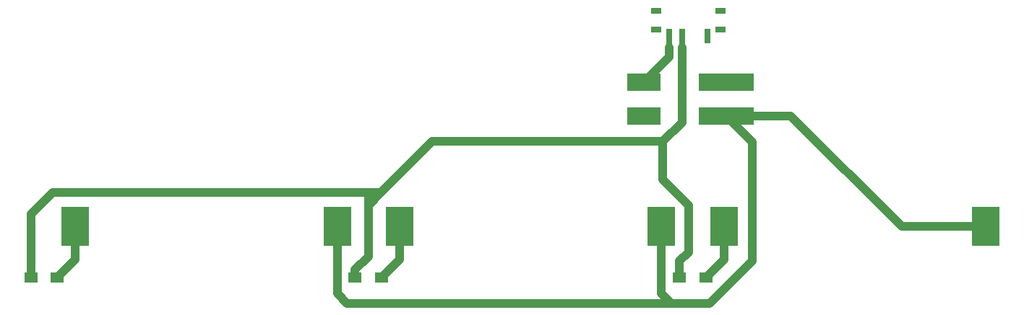
<source format=gtl>
G04 #@! TF.FileFunction,Copper,L1,Top,Signal*
%FSLAX46Y46*%
G04 Gerber Fmt 4.6, Leading zero omitted, Abs format (unit mm)*
G04 Created by KiCad (PCBNEW 4.0.7) date 03/19/18 10:43:22*
%MOMM*%
%LPD*%
G01*
G04 APERTURE LIST*
%ADD10C,0.100000*%
%ADD11R,3.250000X4.570000*%
%ADD12R,1.500000X1.200000*%
%ADD13R,1.200000X0.800000*%
%ADD14R,0.700000X1.700000*%
%ADD15R,6.400000X2.000000*%
%ADD16R,3.900000X2.000000*%
%ADD17C,1.000000*%
%ADD18C,0.700000*%
G04 APERTURE END LIST*
D10*
D11*
X211840000Y-70000000D03*
X181160000Y-70000000D03*
X173840000Y-70000000D03*
X143160000Y-70000000D03*
X135840000Y-70000000D03*
X105160000Y-70000000D03*
D12*
X179050000Y-76000000D03*
X175950000Y-76000000D03*
X141050000Y-76000000D03*
X137950000Y-76000000D03*
X103050000Y-76000000D03*
X99950000Y-76000000D03*
D13*
X180750000Y-44650000D03*
X180750000Y-46850000D03*
X173250000Y-44650000D03*
X173250000Y-46850000D03*
D14*
X179250000Y-47600000D03*
X176250000Y-47600000D03*
X174750000Y-47600000D03*
D15*
X181450000Y-53000000D03*
D16*
X171800000Y-53000000D03*
D15*
X181450000Y-57000000D03*
D16*
X171800000Y-57000000D03*
D17*
X135840000Y-70000000D02*
X135840000Y-77840000D01*
X137000000Y-79000000D02*
X175000000Y-79000000D01*
X135840000Y-77840000D02*
X137000000Y-79000000D01*
X173840000Y-70000000D02*
X173840000Y-77840000D01*
X184500000Y-60050000D02*
X181450000Y-57000000D01*
X184500000Y-74000000D02*
X184500000Y-60050000D01*
X179500000Y-79000000D02*
X184500000Y-74000000D01*
X175000000Y-79000000D02*
X179500000Y-79000000D01*
X173840000Y-77840000D02*
X175000000Y-79000000D01*
X211840000Y-70000000D02*
X202000000Y-70000000D01*
X189000000Y-57000000D02*
X181450000Y-57000000D01*
X202000000Y-70000000D02*
X189000000Y-57000000D01*
X105160000Y-70000000D02*
X105160000Y-73890000D01*
X105160000Y-73890000D02*
X103050000Y-76000000D01*
X143160000Y-70000000D02*
X143160000Y-73890000D01*
X143160000Y-73890000D02*
X141050000Y-76000000D01*
X181160000Y-70000000D02*
X181160000Y-73890000D01*
X181160000Y-73890000D02*
X179050000Y-76000000D01*
X139500000Y-67500000D02*
X139500000Y-66000000D01*
X99950000Y-76000000D02*
X99950000Y-68550000D01*
X102500000Y-66000000D02*
X139500000Y-66000000D01*
X99950000Y-68550000D02*
X102500000Y-66000000D01*
X139500000Y-66000000D02*
X141000000Y-66000000D01*
X137950000Y-76000000D02*
X137950000Y-75050000D01*
X147000000Y-60000000D02*
X174000000Y-60000000D01*
X139500000Y-67500000D02*
X141000000Y-66000000D01*
X141000000Y-66000000D02*
X147000000Y-60000000D01*
X139500000Y-73500000D02*
X139500000Y-67500000D01*
X137950000Y-75050000D02*
X139500000Y-73500000D01*
X175950000Y-76000000D02*
X175950000Y-74050000D01*
X176250000Y-57750000D02*
X176250000Y-49000000D01*
D18*
X176250000Y-49000000D02*
X176250000Y-47600000D01*
D17*
X174000000Y-60000000D02*
X176250000Y-57750000D01*
X174000000Y-64500000D02*
X174000000Y-60000000D01*
X177000000Y-67500000D02*
X174000000Y-64500000D01*
X177000000Y-73000000D02*
X177000000Y-67500000D01*
X175950000Y-74050000D02*
X177000000Y-73000000D01*
D18*
X174750000Y-47600000D02*
X174750000Y-49000000D01*
D17*
X174750000Y-49000000D02*
X174750000Y-50050000D01*
X174750000Y-50050000D02*
X171800000Y-53000000D01*
M02*

</source>
